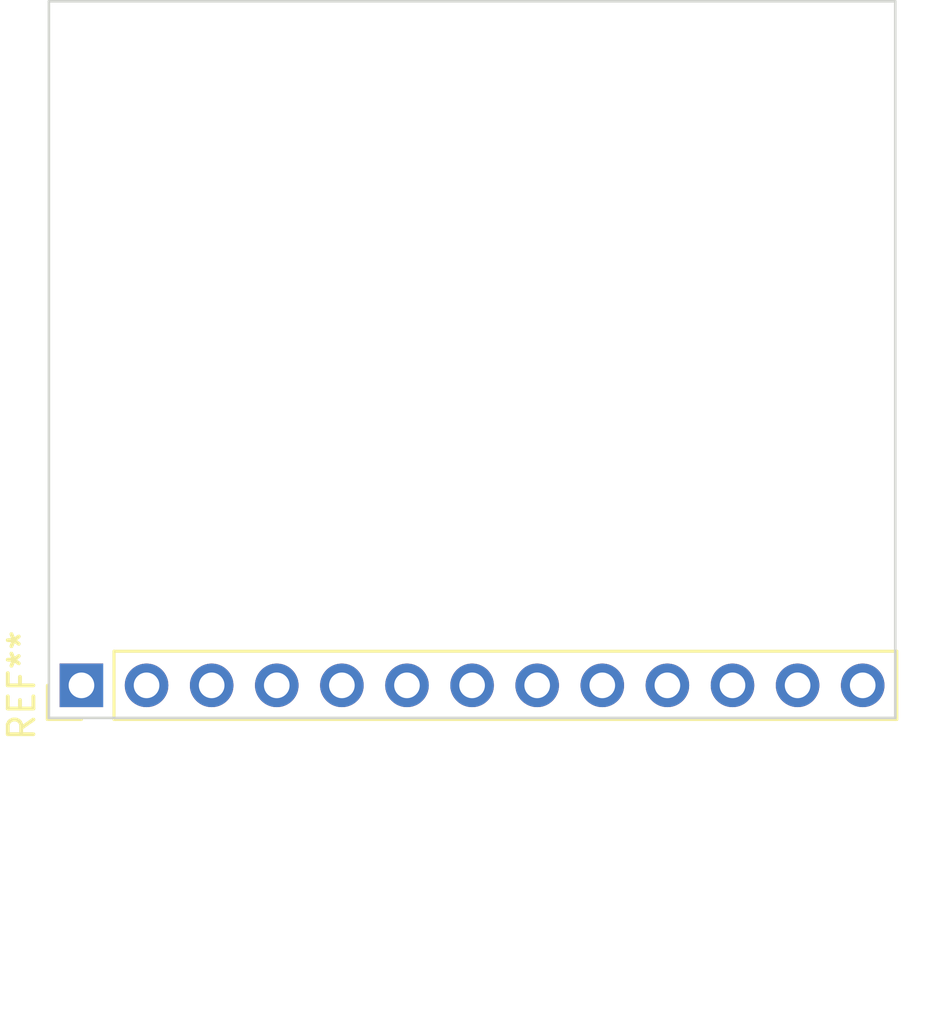
<source format=kicad_pcb>
(kicad_pcb (version 20211014) (generator pcbnew)
  (layers (0 "F.Cu" signal) (31 "B.Cu" signal) (34 "B.Paste" user) (35 "F.Paste" user) (36 "B.SilkS" user "B.Silkscreen") (37 "F.SilkS" user "F.Silkscreen") (38 "B.Mask" user) (39 "F.Mask" user) (44 "Edge.Cuts" user))
  (net 0 "")
  (footprint "Connector_PinHeader_2.54mm:PinHeader_1x13_P2.54mm_Vertical" (layer "F.Cu") (at 77.47 52.07 90)
    (fp_text reference "REF**" (at 0 -2.33 90) (layer "F.SilkS"))
    (fp_text value "PinHeader_1x13_P2.54mm_Vertical")
    (fp_line (start 1.33 1.27) (end 1.33 31.81) (layer "F.SilkS") (width 0.12))
    (fp_line (start -1.33 1.27) (end 1.33 1.27) (layer "F.SilkS") (width 0.12))
    (fp_line (start -1.33 1.27) (end -1.33 31.81) (layer "F.SilkS") (width 0.12))
    (fp_line (start -1.33 -1.33) (end 0 -1.33) (layer "F.SilkS") (width 0.12))
    (fp_line (start -1.33 31.81) (end 1.33 31.81) (layer "F.SilkS") (width 0.12))
    (fp_line (start -1.33 0) (end -1.33 -1.33) (layer "F.SilkS") (width 0.12))
    (pad "1" thru_hole rect (at 0 0 90) (size 1.7 1.7) (drill 1) (layers *.Cu *.Mask))
    (pad "2" thru_hole oval (at 0 2.54 90) (size 1.7 1.7) (drill 1) (layers *.Cu *.Mask))
    (pad "3" thru_hole oval (at 0 5.08 90) (size 1.7 1.7) (drill 1) (layers *.Cu *.Mask))
    (pad "4" thru_hole oval (at 0 7.62 90) (size 1.7 1.7) (drill 1) (layers *.Cu *.Mask))
    (pad "5" thru_hole oval (at 0 10.16 90) (size 1.7 1.7) (drill 1) (layers *.Cu *.Mask))
    (pad "6" thru_hole oval (at 0 12.7 90) (size 1.7 1.7) (drill 1) (layers *.Cu *.Mask))
    (pad "7" thru_hole oval (at 0 15.24 90) (size 1.7 1.7) (drill 1) (layers *.Cu *.Mask))
    (pad "8" thru_hole oval (at 0 17.78 90) (size 1.7 1.7) (drill 1) (layers *.Cu *.Mask))
    (pad "9" thru_hole oval (at 0 20.32 90) (size 1.7 1.7) (drill 1) (layers *.Cu *.Mask))
    (pad "10" thru_hole oval (at 0 22.86 90) (size 1.7 1.7) (drill 1) (layers *.Cu *.Mask))
    (pad "11" thru_hole oval (at 0 25.4 90) (size 1.7 1.7) (drill 1) (layers *.Cu *.Mask))
    (pad "12" thru_hole oval (at 0 27.94 90) (size 1.7 1.7) (drill 1) (layers *.Cu *.Mask))
    (pad "13" thru_hole oval (at 0 30.48 90) (size 1.7 1.7) (drill 1) (layers *.Cu *.Mask))
  )
  (gr_line (start 76.2 53.34) (end 76.2 25.4) (layer "Edge.Cuts") (width 0.1))
  (gr_line (start 76.2 25.4) (end 109.22 25.4) (layer "Edge.Cuts") (width 0.1))
  (gr_line (start 109.22 25.4) (end 109.22 53.34) (layer "Edge.Cuts") (width 0.1))
  (gr_line (start 109.22 53.34) (end 76.2 53.34) (layer "Edge.Cuts") (width 0.1))
)
</source>
